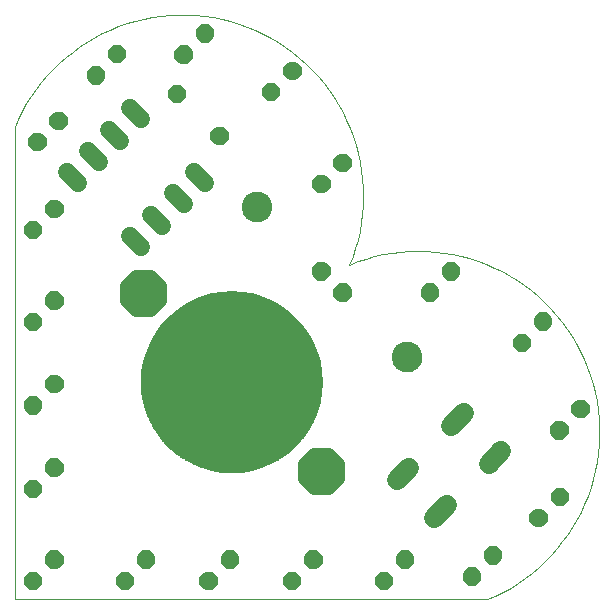
<source format=gbs>
G75*
G70*
%OFA0B0*%
%FSLAX24Y24*%
%IPPOS*%
%LPD*%
%AMOC8*
5,1,8,0,0,1.08239X$1,22.5*
%
%ADD10C,0.0000*%
%ADD11C,0.1025*%
%ADD12C,0.0120*%
%ADD13C,0.0600*%
%ADD14C,0.0680*%
%ADD15R,0.1680X0.1680*%
%ADD16C,0.0316*%
%ADD17C,0.0050*%
D10*
X009756Y010038D02*
X009756Y025786D01*
X009873Y026053D01*
X010003Y026314D01*
X010146Y026569D01*
X010300Y026816D01*
X010467Y027055D01*
X010645Y027287D01*
X010833Y027509D01*
X011033Y027722D01*
X011242Y027925D01*
X011461Y028117D01*
X011689Y028299D01*
X011925Y028470D01*
X012170Y028629D01*
X012422Y028776D01*
X012680Y028911D01*
X012945Y029033D01*
X013216Y029142D01*
X013491Y029238D01*
X013771Y029320D01*
X014054Y029389D01*
X014340Y029444D01*
X014629Y029485D01*
X014919Y029513D01*
X015211Y029526D01*
X015502Y029525D01*
X015794Y029510D01*
X016084Y029481D01*
X016372Y029438D01*
X016658Y029381D01*
X016941Y029310D01*
X017220Y029226D01*
X017495Y029128D01*
X017765Y029017D01*
X018029Y028893D01*
X018286Y028757D01*
X018537Y028608D01*
X018781Y028448D01*
X019016Y028276D01*
X019243Y028092D01*
X019461Y027898D01*
X019669Y027694D01*
X019866Y027480D01*
X020054Y027256D01*
X020230Y027024D01*
X020395Y026783D01*
X020548Y026535D01*
X020689Y026280D01*
X020817Y026018D01*
X020933Y025750D01*
X021035Y025477D01*
X021125Y025200D01*
X021200Y024918D01*
X021262Y024633D01*
X021310Y024345D01*
X021345Y024056D01*
X021365Y023765D01*
X021371Y023473D01*
X021363Y023182D01*
X021341Y022891D01*
X021305Y022602D01*
X021255Y022314D01*
X021191Y022030D01*
X021113Y021749D01*
X021022Y021472D01*
X020918Y021199D01*
X022368Y018112D02*
X022370Y018155D01*
X022376Y018197D01*
X022386Y018239D01*
X022399Y018280D01*
X022416Y018320D01*
X022437Y018357D01*
X022461Y018393D01*
X022488Y018426D01*
X022518Y018457D01*
X022551Y018485D01*
X022586Y018510D01*
X022623Y018531D01*
X022662Y018549D01*
X022702Y018563D01*
X022744Y018574D01*
X022786Y018581D01*
X022829Y018584D01*
X022872Y018583D01*
X022915Y018578D01*
X022957Y018569D01*
X022998Y018557D01*
X023038Y018541D01*
X023076Y018521D01*
X023112Y018498D01*
X023146Y018471D01*
X023178Y018442D01*
X023206Y018410D01*
X023232Y018375D01*
X023254Y018339D01*
X023273Y018300D01*
X023288Y018260D01*
X023300Y018219D01*
X023308Y018176D01*
X023312Y018133D01*
X023312Y018091D01*
X023308Y018048D01*
X023300Y018005D01*
X023288Y017964D01*
X023273Y017924D01*
X023254Y017885D01*
X023232Y017849D01*
X023206Y017814D01*
X023178Y017782D01*
X023146Y017753D01*
X023112Y017726D01*
X023076Y017703D01*
X023038Y017683D01*
X022998Y017667D01*
X022957Y017655D01*
X022915Y017646D01*
X022872Y017641D01*
X022829Y017640D01*
X022786Y017643D01*
X022744Y017650D01*
X022702Y017661D01*
X022662Y017675D01*
X022623Y017693D01*
X022586Y017714D01*
X022551Y017739D01*
X022518Y017767D01*
X022488Y017798D01*
X022461Y017831D01*
X022437Y017867D01*
X022416Y017904D01*
X022399Y017944D01*
X022386Y017985D01*
X022376Y018027D01*
X022370Y018069D01*
X022368Y018112D01*
X020918Y021200D02*
X021190Y021304D01*
X021467Y021395D01*
X021748Y021473D01*
X022033Y021537D01*
X022320Y021587D01*
X022609Y021623D01*
X022900Y021645D01*
X023191Y021653D01*
X023483Y021647D01*
X023774Y021627D01*
X024063Y021592D01*
X024351Y021544D01*
X024636Y021482D01*
X024918Y021407D01*
X025195Y021317D01*
X025468Y021215D01*
X025736Y021099D01*
X025998Y020971D01*
X026253Y020830D01*
X026501Y020677D01*
X026742Y020512D01*
X026974Y020336D01*
X027198Y020148D01*
X027412Y019951D01*
X027616Y019743D01*
X027810Y019525D01*
X027994Y019298D01*
X028166Y019063D01*
X028326Y018819D01*
X028475Y018568D01*
X028611Y018311D01*
X028735Y018047D01*
X028846Y017777D01*
X028944Y017502D01*
X029028Y017223D01*
X029099Y016940D01*
X029156Y016654D01*
X029199Y016366D01*
X029228Y016076D01*
X029243Y015784D01*
X029244Y015493D01*
X029231Y015201D01*
X029203Y014911D01*
X029162Y014622D01*
X029107Y014336D01*
X029038Y014053D01*
X028956Y013773D01*
X028860Y013498D01*
X028751Y013227D01*
X028629Y012962D01*
X028494Y012704D01*
X028347Y012452D01*
X028188Y012207D01*
X028017Y011971D01*
X027835Y011743D01*
X027643Y011524D01*
X027440Y011315D01*
X027227Y011115D01*
X027005Y010927D01*
X026773Y010749D01*
X026534Y010582D01*
X026287Y010428D01*
X026032Y010285D01*
X025771Y010155D01*
X025504Y010038D01*
X009756Y010038D01*
X017357Y023123D02*
X017359Y023166D01*
X017365Y023208D01*
X017375Y023250D01*
X017388Y023291D01*
X017405Y023331D01*
X017426Y023368D01*
X017450Y023404D01*
X017477Y023437D01*
X017507Y023468D01*
X017540Y023496D01*
X017575Y023521D01*
X017612Y023542D01*
X017651Y023560D01*
X017691Y023574D01*
X017733Y023585D01*
X017775Y023592D01*
X017818Y023595D01*
X017861Y023594D01*
X017904Y023589D01*
X017946Y023580D01*
X017987Y023568D01*
X018027Y023552D01*
X018065Y023532D01*
X018101Y023509D01*
X018135Y023482D01*
X018167Y023453D01*
X018195Y023421D01*
X018221Y023386D01*
X018243Y023350D01*
X018262Y023311D01*
X018277Y023271D01*
X018289Y023230D01*
X018297Y023187D01*
X018301Y023144D01*
X018301Y023102D01*
X018297Y023059D01*
X018289Y023016D01*
X018277Y022975D01*
X018262Y022935D01*
X018243Y022896D01*
X018221Y022860D01*
X018195Y022825D01*
X018167Y022793D01*
X018135Y022764D01*
X018101Y022737D01*
X018065Y022714D01*
X018027Y022694D01*
X017987Y022678D01*
X017946Y022666D01*
X017904Y022657D01*
X017861Y022652D01*
X017818Y022651D01*
X017775Y022654D01*
X017733Y022661D01*
X017691Y022672D01*
X017651Y022686D01*
X017612Y022704D01*
X017575Y022725D01*
X017540Y022750D01*
X017507Y022778D01*
X017477Y022809D01*
X017450Y022842D01*
X017426Y022878D01*
X017405Y022915D01*
X017388Y022955D01*
X017375Y022996D01*
X017365Y023038D01*
X017359Y023080D01*
X017357Y023123D01*
D11*
X017829Y023123D03*
X022840Y018112D03*
D12*
X023421Y020225D02*
X023361Y020165D01*
X023361Y020363D01*
X023501Y020503D01*
X023699Y020503D01*
X023839Y020363D01*
X023839Y020165D01*
X023699Y020025D01*
X023501Y020025D01*
X023361Y020165D01*
X023451Y020202D01*
X023451Y020326D01*
X023538Y020413D01*
X023662Y020413D01*
X023749Y020326D01*
X023749Y020202D01*
X023662Y020115D01*
X023538Y020115D01*
X023451Y020202D01*
X023541Y020239D01*
X023541Y020289D01*
X023575Y020323D01*
X023625Y020323D01*
X023659Y020289D01*
X023659Y020239D01*
X023625Y020205D01*
X023575Y020205D01*
X023541Y020239D01*
X024129Y020932D02*
X024069Y020872D01*
X024069Y021070D01*
X024209Y021210D01*
X024407Y021210D01*
X024547Y021070D01*
X024547Y020872D01*
X024407Y020732D01*
X024209Y020732D01*
X024069Y020872D01*
X024159Y020909D01*
X024159Y021033D01*
X024246Y021120D01*
X024370Y021120D01*
X024457Y021033D01*
X024457Y020909D01*
X024370Y020822D01*
X024246Y020822D01*
X024159Y020909D01*
X024249Y020946D01*
X024249Y020996D01*
X024283Y021030D01*
X024333Y021030D01*
X024367Y020996D01*
X024367Y020946D01*
X024333Y020912D01*
X024283Y020912D01*
X024249Y020946D01*
X026484Y018554D02*
X026424Y018494D01*
X026424Y018692D01*
X026564Y018832D01*
X026762Y018832D01*
X026902Y018692D01*
X026902Y018494D01*
X026762Y018354D01*
X026564Y018354D01*
X026424Y018494D01*
X026514Y018531D01*
X026514Y018655D01*
X026601Y018742D01*
X026725Y018742D01*
X026812Y018655D01*
X026812Y018531D01*
X026725Y018444D01*
X026601Y018444D01*
X026514Y018531D01*
X026604Y018568D01*
X026604Y018618D01*
X026638Y018652D01*
X026688Y018652D01*
X026722Y018618D01*
X026722Y018568D01*
X026688Y018534D01*
X026638Y018534D01*
X026604Y018568D01*
X027191Y019261D02*
X027131Y019201D01*
X027131Y019399D01*
X027271Y019539D01*
X027469Y019539D01*
X027609Y019399D01*
X027609Y019201D01*
X027469Y019061D01*
X027271Y019061D01*
X027131Y019201D01*
X027221Y019238D01*
X027221Y019362D01*
X027308Y019449D01*
X027432Y019449D01*
X027519Y019362D01*
X027519Y019238D01*
X027432Y019151D01*
X027308Y019151D01*
X027221Y019238D01*
X027311Y019275D01*
X027311Y019325D01*
X027345Y019359D01*
X027395Y019359D01*
X027429Y019325D01*
X027429Y019275D01*
X027395Y019241D01*
X027345Y019241D01*
X027311Y019275D01*
X028444Y016338D02*
X028384Y016278D01*
X028384Y016476D01*
X028524Y016616D01*
X028722Y016616D01*
X028862Y016476D01*
X028862Y016278D01*
X028722Y016138D01*
X028524Y016138D01*
X028384Y016278D01*
X028474Y016315D01*
X028474Y016439D01*
X028561Y016526D01*
X028685Y016526D01*
X028772Y016439D01*
X028772Y016315D01*
X028685Y016228D01*
X028561Y016228D01*
X028474Y016315D01*
X028564Y016352D01*
X028564Y016402D01*
X028598Y016436D01*
X028648Y016436D01*
X028682Y016402D01*
X028682Y016352D01*
X028648Y016318D01*
X028598Y016318D01*
X028564Y016352D01*
X027736Y015631D02*
X027676Y015571D01*
X027676Y015769D01*
X027816Y015909D01*
X028014Y015909D01*
X028154Y015769D01*
X028154Y015571D01*
X028014Y015431D01*
X027816Y015431D01*
X027676Y015571D01*
X027766Y015608D01*
X027766Y015732D01*
X027853Y015819D01*
X027977Y015819D01*
X028064Y015732D01*
X028064Y015608D01*
X027977Y015521D01*
X027853Y015521D01*
X027766Y015608D01*
X027856Y015645D01*
X027856Y015695D01*
X027890Y015729D01*
X027940Y015729D01*
X027974Y015695D01*
X027974Y015645D01*
X027940Y015611D01*
X027890Y015611D01*
X027856Y015645D01*
X027748Y013415D02*
X027688Y013355D01*
X027688Y013553D01*
X027828Y013693D01*
X028026Y013693D01*
X028166Y013553D01*
X028166Y013355D01*
X028026Y013215D01*
X027828Y013215D01*
X027688Y013355D01*
X027778Y013392D01*
X027778Y013516D01*
X027865Y013603D01*
X027989Y013603D01*
X028076Y013516D01*
X028076Y013392D01*
X027989Y013305D01*
X027865Y013305D01*
X027778Y013392D01*
X027868Y013429D01*
X027868Y013479D01*
X027902Y013513D01*
X027952Y013513D01*
X027986Y013479D01*
X027986Y013429D01*
X027952Y013395D01*
X027902Y013395D01*
X027868Y013429D01*
X027040Y012708D02*
X026980Y012648D01*
X026980Y012846D01*
X027120Y012986D01*
X027318Y012986D01*
X027458Y012846D01*
X027458Y012648D01*
X027318Y012508D01*
X027120Y012508D01*
X026980Y012648D01*
X027070Y012685D01*
X027070Y012809D01*
X027157Y012896D01*
X027281Y012896D01*
X027368Y012809D01*
X027368Y012685D01*
X027281Y012598D01*
X027157Y012598D01*
X027070Y012685D01*
X027160Y012722D01*
X027160Y012772D01*
X027194Y012806D01*
X027244Y012806D01*
X027278Y012772D01*
X027278Y012722D01*
X027244Y012688D01*
X027194Y012688D01*
X027160Y012722D01*
X025520Y011467D02*
X025460Y011407D01*
X025460Y011605D01*
X025600Y011745D01*
X025798Y011745D01*
X025938Y011605D01*
X025938Y011407D01*
X025798Y011267D01*
X025600Y011267D01*
X025460Y011407D01*
X025550Y011444D01*
X025550Y011568D01*
X025637Y011655D01*
X025761Y011655D01*
X025848Y011568D01*
X025848Y011444D01*
X025761Y011357D01*
X025637Y011357D01*
X025550Y011444D01*
X025640Y011481D01*
X025640Y011531D01*
X025674Y011565D01*
X025724Y011565D01*
X025758Y011531D01*
X025758Y011481D01*
X025724Y011447D01*
X025674Y011447D01*
X025640Y011481D01*
X024813Y010759D02*
X024753Y010699D01*
X024753Y010897D01*
X024893Y011037D01*
X025091Y011037D01*
X025231Y010897D01*
X025231Y010699D01*
X025091Y010559D01*
X024893Y010559D01*
X024753Y010699D01*
X024843Y010736D01*
X024843Y010860D01*
X024930Y010947D01*
X025054Y010947D01*
X025141Y010860D01*
X025141Y010736D01*
X025054Y010649D01*
X024930Y010649D01*
X024843Y010736D01*
X024933Y010773D01*
X024933Y010823D01*
X024967Y010857D01*
X025017Y010857D01*
X025051Y010823D01*
X025051Y010773D01*
X025017Y010739D01*
X024967Y010739D01*
X024933Y010773D01*
X022597Y011327D02*
X022537Y011267D01*
X022537Y011465D01*
X022677Y011605D01*
X022875Y011605D01*
X023015Y011465D01*
X023015Y011267D01*
X022875Y011127D01*
X022677Y011127D01*
X022537Y011267D01*
X022627Y011304D01*
X022627Y011428D01*
X022714Y011515D01*
X022838Y011515D01*
X022925Y011428D01*
X022925Y011304D01*
X022838Y011217D01*
X022714Y011217D01*
X022627Y011304D01*
X022717Y011341D01*
X022717Y011391D01*
X022751Y011425D01*
X022801Y011425D01*
X022835Y011391D01*
X022835Y011341D01*
X022801Y011307D01*
X022751Y011307D01*
X022717Y011341D01*
X021890Y010620D02*
X021830Y010560D01*
X021830Y010758D01*
X021970Y010898D01*
X022168Y010898D01*
X022308Y010758D01*
X022308Y010560D01*
X022168Y010420D01*
X021970Y010420D01*
X021830Y010560D01*
X021920Y010597D01*
X021920Y010721D01*
X022007Y010808D01*
X022131Y010808D01*
X022218Y010721D01*
X022218Y010597D01*
X022131Y010510D01*
X022007Y010510D01*
X021920Y010597D01*
X022010Y010634D01*
X022010Y010684D01*
X022044Y010718D01*
X022094Y010718D01*
X022128Y010684D01*
X022128Y010634D01*
X022094Y010600D01*
X022044Y010600D01*
X022010Y010634D01*
X019535Y011327D02*
X019475Y011267D01*
X019475Y011465D01*
X019615Y011605D01*
X019813Y011605D01*
X019953Y011465D01*
X019953Y011267D01*
X019813Y011127D01*
X019615Y011127D01*
X019475Y011267D01*
X019565Y011304D01*
X019565Y011428D01*
X019652Y011515D01*
X019776Y011515D01*
X019863Y011428D01*
X019863Y011304D01*
X019776Y011217D01*
X019652Y011217D01*
X019565Y011304D01*
X019655Y011341D01*
X019655Y011391D01*
X019689Y011425D01*
X019739Y011425D01*
X019773Y011391D01*
X019773Y011341D01*
X019739Y011307D01*
X019689Y011307D01*
X019655Y011341D01*
X018828Y010620D02*
X018768Y010560D01*
X018768Y010758D01*
X018908Y010898D01*
X019106Y010898D01*
X019246Y010758D01*
X019246Y010560D01*
X019106Y010420D01*
X018908Y010420D01*
X018768Y010560D01*
X018858Y010597D01*
X018858Y010721D01*
X018945Y010808D01*
X019069Y010808D01*
X019156Y010721D01*
X019156Y010597D01*
X019069Y010510D01*
X018945Y010510D01*
X018858Y010597D01*
X018948Y010634D01*
X018948Y010684D01*
X018982Y010718D01*
X019032Y010718D01*
X019066Y010684D01*
X019066Y010634D01*
X019032Y010600D01*
X018982Y010600D01*
X018948Y010634D01*
X016751Y011327D02*
X016691Y011267D01*
X016691Y011465D01*
X016831Y011605D01*
X017029Y011605D01*
X017169Y011465D01*
X017169Y011267D01*
X017029Y011127D01*
X016831Y011127D01*
X016691Y011267D01*
X016781Y011304D01*
X016781Y011428D01*
X016868Y011515D01*
X016992Y011515D01*
X017079Y011428D01*
X017079Y011304D01*
X016992Y011217D01*
X016868Y011217D01*
X016781Y011304D01*
X016871Y011341D01*
X016871Y011391D01*
X016905Y011425D01*
X016955Y011425D01*
X016989Y011391D01*
X016989Y011341D01*
X016955Y011307D01*
X016905Y011307D01*
X016871Y011341D01*
X016044Y010620D02*
X015984Y010560D01*
X015984Y010758D01*
X016124Y010898D01*
X016322Y010898D01*
X016462Y010758D01*
X016462Y010560D01*
X016322Y010420D01*
X016124Y010420D01*
X015984Y010560D01*
X016074Y010597D01*
X016074Y010721D01*
X016161Y010808D01*
X016285Y010808D01*
X016372Y010721D01*
X016372Y010597D01*
X016285Y010510D01*
X016161Y010510D01*
X016074Y010597D01*
X016164Y010634D01*
X016164Y010684D01*
X016198Y010718D01*
X016248Y010718D01*
X016282Y010684D01*
X016282Y010634D01*
X016248Y010600D01*
X016198Y010600D01*
X016164Y010634D01*
X013967Y011327D02*
X013907Y011267D01*
X013907Y011465D01*
X014047Y011605D01*
X014245Y011605D01*
X014385Y011465D01*
X014385Y011267D01*
X014245Y011127D01*
X014047Y011127D01*
X013907Y011267D01*
X013997Y011304D01*
X013997Y011428D01*
X014084Y011515D01*
X014208Y011515D01*
X014295Y011428D01*
X014295Y011304D01*
X014208Y011217D01*
X014084Y011217D01*
X013997Y011304D01*
X014087Y011341D01*
X014087Y011391D01*
X014121Y011425D01*
X014171Y011425D01*
X014205Y011391D01*
X014205Y011341D01*
X014171Y011307D01*
X014121Y011307D01*
X014087Y011341D01*
X013260Y010620D02*
X013200Y010560D01*
X013200Y010758D01*
X013340Y010898D01*
X013538Y010898D01*
X013678Y010758D01*
X013678Y010560D01*
X013538Y010420D01*
X013340Y010420D01*
X013200Y010560D01*
X013290Y010597D01*
X013290Y010721D01*
X013377Y010808D01*
X013501Y010808D01*
X013588Y010721D01*
X013588Y010597D01*
X013501Y010510D01*
X013377Y010510D01*
X013290Y010597D01*
X013380Y010634D01*
X013380Y010684D01*
X013414Y010718D01*
X013464Y010718D01*
X013498Y010684D01*
X013498Y010634D01*
X013464Y010600D01*
X013414Y010600D01*
X013380Y010634D01*
X010905Y011327D02*
X010845Y011267D01*
X010845Y011465D01*
X010985Y011605D01*
X011183Y011605D01*
X011323Y011465D01*
X011323Y011267D01*
X011183Y011127D01*
X010985Y011127D01*
X010845Y011267D01*
X010935Y011304D01*
X010935Y011428D01*
X011022Y011515D01*
X011146Y011515D01*
X011233Y011428D01*
X011233Y011304D01*
X011146Y011217D01*
X011022Y011217D01*
X010935Y011304D01*
X011025Y011341D01*
X011025Y011391D01*
X011059Y011425D01*
X011109Y011425D01*
X011143Y011391D01*
X011143Y011341D01*
X011109Y011307D01*
X011059Y011307D01*
X011025Y011341D01*
X010198Y010620D02*
X010138Y010560D01*
X010138Y010758D01*
X010278Y010898D01*
X010476Y010898D01*
X010616Y010758D01*
X010616Y010560D01*
X010476Y010420D01*
X010278Y010420D01*
X010138Y010560D01*
X010228Y010597D01*
X010228Y010721D01*
X010315Y010808D01*
X010439Y010808D01*
X010526Y010721D01*
X010526Y010597D01*
X010439Y010510D01*
X010315Y010510D01*
X010228Y010597D01*
X010318Y010634D01*
X010318Y010684D01*
X010352Y010718D01*
X010402Y010718D01*
X010436Y010684D01*
X010436Y010634D01*
X010402Y010600D01*
X010352Y010600D01*
X010318Y010634D01*
X010198Y013682D02*
X010138Y013622D01*
X010138Y013820D01*
X010278Y013960D01*
X010476Y013960D01*
X010616Y013820D01*
X010616Y013622D01*
X010476Y013482D01*
X010278Y013482D01*
X010138Y013622D01*
X010228Y013659D01*
X010228Y013783D01*
X010315Y013870D01*
X010439Y013870D01*
X010526Y013783D01*
X010526Y013659D01*
X010439Y013572D01*
X010315Y013572D01*
X010228Y013659D01*
X010318Y013696D01*
X010318Y013746D01*
X010352Y013780D01*
X010402Y013780D01*
X010436Y013746D01*
X010436Y013696D01*
X010402Y013662D01*
X010352Y013662D01*
X010318Y013696D01*
X010905Y014390D02*
X010845Y014330D01*
X010845Y014528D01*
X010985Y014668D01*
X011183Y014668D01*
X011323Y014528D01*
X011323Y014330D01*
X011183Y014190D01*
X010985Y014190D01*
X010845Y014330D01*
X010935Y014367D01*
X010935Y014491D01*
X011022Y014578D01*
X011146Y014578D01*
X011233Y014491D01*
X011233Y014367D01*
X011146Y014280D01*
X011022Y014280D01*
X010935Y014367D01*
X011025Y014404D01*
X011025Y014454D01*
X011059Y014488D01*
X011109Y014488D01*
X011143Y014454D01*
X011143Y014404D01*
X011109Y014370D01*
X011059Y014370D01*
X011025Y014404D01*
X010198Y016466D02*
X010138Y016406D01*
X010138Y016604D01*
X010278Y016744D01*
X010476Y016744D01*
X010616Y016604D01*
X010616Y016406D01*
X010476Y016266D01*
X010278Y016266D01*
X010138Y016406D01*
X010228Y016443D01*
X010228Y016567D01*
X010315Y016654D01*
X010439Y016654D01*
X010526Y016567D01*
X010526Y016443D01*
X010439Y016356D01*
X010315Y016356D01*
X010228Y016443D01*
X010318Y016480D01*
X010318Y016530D01*
X010352Y016564D01*
X010402Y016564D01*
X010436Y016530D01*
X010436Y016480D01*
X010402Y016446D01*
X010352Y016446D01*
X010318Y016480D01*
X010905Y017173D02*
X010845Y017113D01*
X010845Y017311D01*
X010985Y017451D01*
X011183Y017451D01*
X011323Y017311D01*
X011323Y017113D01*
X011183Y016973D01*
X010985Y016973D01*
X010845Y017113D01*
X010935Y017150D01*
X010935Y017274D01*
X011022Y017361D01*
X011146Y017361D01*
X011233Y017274D01*
X011233Y017150D01*
X011146Y017063D01*
X011022Y017063D01*
X010935Y017150D01*
X011025Y017187D01*
X011025Y017237D01*
X011059Y017271D01*
X011109Y017271D01*
X011143Y017237D01*
X011143Y017187D01*
X011109Y017153D01*
X011059Y017153D01*
X011025Y017187D01*
X010198Y019250D02*
X010138Y019190D01*
X010138Y019388D01*
X010278Y019528D01*
X010476Y019528D01*
X010616Y019388D01*
X010616Y019190D01*
X010476Y019050D01*
X010278Y019050D01*
X010138Y019190D01*
X010228Y019227D01*
X010228Y019351D01*
X010315Y019438D01*
X010439Y019438D01*
X010526Y019351D01*
X010526Y019227D01*
X010439Y019140D01*
X010315Y019140D01*
X010228Y019227D01*
X010318Y019264D01*
X010318Y019314D01*
X010352Y019348D01*
X010402Y019348D01*
X010436Y019314D01*
X010436Y019264D01*
X010402Y019230D01*
X010352Y019230D01*
X010318Y019264D01*
X010905Y019957D02*
X010845Y019897D01*
X010845Y020095D01*
X010985Y020235D01*
X011183Y020235D01*
X011323Y020095D01*
X011323Y019897D01*
X011183Y019757D01*
X010985Y019757D01*
X010845Y019897D01*
X010935Y019934D01*
X010935Y020058D01*
X011022Y020145D01*
X011146Y020145D01*
X011233Y020058D01*
X011233Y019934D01*
X011146Y019847D01*
X011022Y019847D01*
X010935Y019934D01*
X011025Y019971D01*
X011025Y020021D01*
X011059Y020055D01*
X011109Y020055D01*
X011143Y020021D01*
X011143Y019971D01*
X011109Y019937D01*
X011059Y019937D01*
X011025Y019971D01*
X010198Y022312D02*
X010138Y022252D01*
X010138Y022450D01*
X010278Y022590D01*
X010476Y022590D01*
X010616Y022450D01*
X010616Y022252D01*
X010476Y022112D01*
X010278Y022112D01*
X010138Y022252D01*
X010228Y022289D01*
X010228Y022413D01*
X010315Y022500D01*
X010439Y022500D01*
X010526Y022413D01*
X010526Y022289D01*
X010439Y022202D01*
X010315Y022202D01*
X010228Y022289D01*
X010318Y022326D01*
X010318Y022376D01*
X010352Y022410D01*
X010402Y022410D01*
X010436Y022376D01*
X010436Y022326D01*
X010402Y022292D01*
X010352Y022292D01*
X010318Y022326D01*
X010905Y023020D02*
X010845Y022960D01*
X010845Y023158D01*
X010985Y023298D01*
X011183Y023298D01*
X011323Y023158D01*
X011323Y022960D01*
X011183Y022820D01*
X010985Y022820D01*
X010845Y022960D01*
X010935Y022997D01*
X010935Y023121D01*
X011022Y023208D01*
X011146Y023208D01*
X011233Y023121D01*
X011233Y022997D01*
X011146Y022910D01*
X011022Y022910D01*
X010935Y022997D01*
X011025Y023034D01*
X011025Y023084D01*
X011059Y023118D01*
X011109Y023118D01*
X011143Y023084D01*
X011143Y023034D01*
X011109Y023000D01*
X011059Y023000D01*
X011025Y023034D01*
X010337Y025236D02*
X010277Y025176D01*
X010277Y025374D01*
X010417Y025514D01*
X010615Y025514D01*
X010755Y025374D01*
X010755Y025176D01*
X010615Y025036D01*
X010417Y025036D01*
X010277Y025176D01*
X010367Y025213D01*
X010367Y025337D01*
X010454Y025424D01*
X010578Y025424D01*
X010665Y025337D01*
X010665Y025213D01*
X010578Y025126D01*
X010454Y025126D01*
X010367Y025213D01*
X010457Y025250D01*
X010457Y025300D01*
X010491Y025334D01*
X010541Y025334D01*
X010575Y025300D01*
X010575Y025250D01*
X010541Y025216D01*
X010491Y025216D01*
X010457Y025250D01*
X011044Y025943D02*
X010984Y025883D01*
X010984Y026081D01*
X011124Y026221D01*
X011322Y026221D01*
X011462Y026081D01*
X011462Y025883D01*
X011322Y025743D01*
X011124Y025743D01*
X010984Y025883D01*
X011074Y025920D01*
X011074Y026044D01*
X011161Y026131D01*
X011285Y026131D01*
X011372Y026044D01*
X011372Y025920D01*
X011285Y025833D01*
X011161Y025833D01*
X011074Y025920D01*
X011164Y025957D01*
X011164Y026007D01*
X011198Y026041D01*
X011248Y026041D01*
X011282Y026007D01*
X011282Y025957D01*
X011248Y025923D01*
X011198Y025923D01*
X011164Y025957D01*
X012286Y027463D02*
X012226Y027403D01*
X012226Y027601D01*
X012366Y027741D01*
X012564Y027741D01*
X012704Y027601D01*
X012704Y027403D01*
X012564Y027263D01*
X012366Y027263D01*
X012226Y027403D01*
X012316Y027440D01*
X012316Y027564D01*
X012403Y027651D01*
X012527Y027651D01*
X012614Y027564D01*
X012614Y027440D01*
X012527Y027353D01*
X012403Y027353D01*
X012316Y027440D01*
X012406Y027477D01*
X012406Y027527D01*
X012440Y027561D01*
X012490Y027561D01*
X012524Y027527D01*
X012524Y027477D01*
X012490Y027443D01*
X012440Y027443D01*
X012406Y027477D01*
X012993Y028170D02*
X012933Y028110D01*
X012933Y028308D01*
X013073Y028448D01*
X013271Y028448D01*
X013411Y028308D01*
X013411Y028110D01*
X013271Y027970D01*
X013073Y027970D01*
X012933Y028110D01*
X013023Y028147D01*
X013023Y028271D01*
X013110Y028358D01*
X013234Y028358D01*
X013321Y028271D01*
X013321Y028147D01*
X013234Y028060D01*
X013110Y028060D01*
X013023Y028147D01*
X013113Y028184D01*
X013113Y028234D01*
X013147Y028268D01*
X013197Y028268D01*
X013231Y028234D01*
X013231Y028184D01*
X013197Y028150D01*
X013147Y028150D01*
X013113Y028184D01*
X015135Y027071D02*
X015075Y027131D01*
X015273Y027131D01*
X015413Y026991D01*
X015413Y026793D01*
X015273Y026653D01*
X015075Y026653D01*
X014935Y026793D01*
X014935Y026991D01*
X015075Y027131D01*
X015112Y027041D01*
X015236Y027041D01*
X015323Y026954D01*
X015323Y026830D01*
X015236Y026743D01*
X015112Y026743D01*
X015025Y026830D01*
X015025Y026954D01*
X015112Y027041D01*
X015149Y026951D01*
X015199Y026951D01*
X015233Y026917D01*
X015233Y026867D01*
X015199Y026833D01*
X015149Y026833D01*
X015115Y026867D01*
X015115Y026917D01*
X015149Y026951D01*
X015209Y028159D02*
X015149Y028099D01*
X015149Y028297D01*
X015289Y028437D01*
X015487Y028437D01*
X015627Y028297D01*
X015627Y028099D01*
X015487Y027959D01*
X015289Y027959D01*
X015149Y028099D01*
X015239Y028136D01*
X015239Y028260D01*
X015326Y028347D01*
X015450Y028347D01*
X015537Y028260D01*
X015537Y028136D01*
X015450Y028049D01*
X015326Y028049D01*
X015239Y028136D01*
X015329Y028173D01*
X015329Y028223D01*
X015363Y028257D01*
X015413Y028257D01*
X015447Y028223D01*
X015447Y028173D01*
X015413Y028139D01*
X015363Y028139D01*
X015329Y028173D01*
X015916Y028866D02*
X015856Y028806D01*
X015856Y029004D01*
X015996Y029144D01*
X016194Y029144D01*
X016334Y029004D01*
X016334Y028806D01*
X016194Y028666D01*
X015996Y028666D01*
X015856Y028806D01*
X015946Y028843D01*
X015946Y028967D01*
X016033Y029054D01*
X016157Y029054D01*
X016244Y028967D01*
X016244Y028843D01*
X016157Y028756D01*
X016033Y028756D01*
X015946Y028843D01*
X016036Y028880D01*
X016036Y028930D01*
X016070Y028964D01*
X016120Y028964D01*
X016154Y028930D01*
X016154Y028880D01*
X016120Y028846D01*
X016070Y028846D01*
X016036Y028880D01*
X018132Y026906D02*
X018072Y026846D01*
X018072Y027044D01*
X018212Y027184D01*
X018410Y027184D01*
X018550Y027044D01*
X018550Y026846D01*
X018410Y026706D01*
X018212Y026706D01*
X018072Y026846D01*
X018162Y026883D01*
X018162Y027007D01*
X018249Y027094D01*
X018373Y027094D01*
X018460Y027007D01*
X018460Y026883D01*
X018373Y026796D01*
X018249Y026796D01*
X018162Y026883D01*
X018252Y026920D01*
X018252Y026970D01*
X018286Y027004D01*
X018336Y027004D01*
X018370Y026970D01*
X018370Y026920D01*
X018336Y026886D01*
X018286Y026886D01*
X018252Y026920D01*
X018839Y027613D02*
X018779Y027553D01*
X018779Y027751D01*
X018919Y027891D01*
X019117Y027891D01*
X019257Y027751D01*
X019257Y027553D01*
X019117Y027413D01*
X018919Y027413D01*
X018779Y027553D01*
X018869Y027590D01*
X018869Y027714D01*
X018956Y027801D01*
X019080Y027801D01*
X019167Y027714D01*
X019167Y027590D01*
X019080Y027503D01*
X018956Y027503D01*
X018869Y027590D01*
X018959Y027627D01*
X018959Y027677D01*
X018993Y027711D01*
X019043Y027711D01*
X019077Y027677D01*
X019077Y027627D01*
X019043Y027593D01*
X018993Y027593D01*
X018959Y027627D01*
X016549Y025657D02*
X016489Y025717D01*
X016687Y025717D01*
X016827Y025577D01*
X016827Y025379D01*
X016687Y025239D01*
X016489Y025239D01*
X016349Y025379D01*
X016349Y025577D01*
X016489Y025717D01*
X016526Y025627D01*
X016650Y025627D01*
X016737Y025540D01*
X016737Y025416D01*
X016650Y025329D01*
X016526Y025329D01*
X016439Y025416D01*
X016439Y025540D01*
X016526Y025627D01*
X016563Y025537D01*
X016613Y025537D01*
X016647Y025503D01*
X016647Y025453D01*
X016613Y025419D01*
X016563Y025419D01*
X016529Y025453D01*
X016529Y025503D01*
X016563Y025537D01*
X019802Y023844D02*
X019742Y023784D01*
X019742Y023982D01*
X019882Y024122D01*
X020080Y024122D01*
X020220Y023982D01*
X020220Y023784D01*
X020080Y023644D01*
X019882Y023644D01*
X019742Y023784D01*
X019832Y023821D01*
X019832Y023945D01*
X019919Y024032D01*
X020043Y024032D01*
X020130Y023945D01*
X020130Y023821D01*
X020043Y023734D01*
X019919Y023734D01*
X019832Y023821D01*
X019922Y023858D01*
X019922Y023908D01*
X019956Y023942D01*
X020006Y023942D01*
X020040Y023908D01*
X020040Y023858D01*
X020006Y023824D01*
X019956Y023824D01*
X019922Y023858D01*
X020510Y024551D02*
X020450Y024491D01*
X020450Y024689D01*
X020590Y024829D01*
X020788Y024829D01*
X020928Y024689D01*
X020928Y024491D01*
X020788Y024351D01*
X020590Y024351D01*
X020450Y024491D01*
X020540Y024528D01*
X020540Y024652D01*
X020627Y024739D01*
X020751Y024739D01*
X020838Y024652D01*
X020838Y024528D01*
X020751Y024441D01*
X020627Y024441D01*
X020540Y024528D01*
X020630Y024565D01*
X020630Y024615D01*
X020664Y024649D01*
X020714Y024649D01*
X020748Y024615D01*
X020748Y024565D01*
X020714Y024531D01*
X020664Y024531D01*
X020630Y024565D01*
X020020Y020792D02*
X020080Y020732D01*
X019882Y020732D01*
X019742Y020872D01*
X019742Y021070D01*
X019882Y021210D01*
X020080Y021210D01*
X020220Y021070D01*
X020220Y020872D01*
X020080Y020732D01*
X020043Y020822D01*
X019919Y020822D01*
X019832Y020909D01*
X019832Y021033D01*
X019919Y021120D01*
X020043Y021120D01*
X020130Y021033D01*
X020130Y020909D01*
X020043Y020822D01*
X020006Y020912D01*
X019956Y020912D01*
X019922Y020946D01*
X019922Y020996D01*
X019956Y021030D01*
X020006Y021030D01*
X020040Y020996D01*
X020040Y020946D01*
X020006Y020912D01*
X020728Y020085D02*
X020788Y020025D01*
X020590Y020025D01*
X020450Y020165D01*
X020450Y020363D01*
X020590Y020503D01*
X020788Y020503D01*
X020928Y020363D01*
X020928Y020165D01*
X020788Y020025D01*
X020751Y020115D01*
X020627Y020115D01*
X020540Y020202D01*
X020540Y020326D01*
X020627Y020413D01*
X020751Y020413D01*
X020838Y020326D01*
X020838Y020202D01*
X020751Y020115D01*
X020714Y020205D01*
X020664Y020205D01*
X020630Y020239D01*
X020630Y020289D01*
X020664Y020323D01*
X020714Y020323D01*
X020748Y020289D01*
X020748Y020239D01*
X020714Y020205D01*
D13*
X016098Y023913D02*
X015730Y024281D01*
X015023Y023574D02*
X015391Y023206D01*
X014684Y022499D02*
X014316Y022867D01*
X013609Y022159D02*
X013977Y021792D01*
X011855Y023913D02*
X011488Y024281D01*
X012195Y024988D02*
X012562Y024620D01*
X013270Y025327D02*
X012902Y025695D01*
X013609Y026402D02*
X013977Y026034D01*
D14*
X024296Y015815D02*
X024720Y016239D01*
X025979Y014981D02*
X025555Y014556D01*
X024169Y013170D02*
X023744Y012746D01*
X022486Y014005D02*
X022910Y014429D01*
D15*
G36*
X016994Y016089D02*
X015807Y017276D01*
X016994Y018463D01*
X018181Y017276D01*
X016994Y016089D01*
G37*
D16*
X020068Y013834D02*
X020226Y013676D01*
X019702Y013676D01*
X019333Y014045D01*
X019333Y014569D01*
X019702Y014938D01*
X020226Y014938D01*
X020595Y014569D01*
X020595Y014045D01*
X020226Y013676D01*
X020128Y013913D01*
X019800Y013913D01*
X019570Y014143D01*
X019570Y014471D01*
X019800Y014701D01*
X020128Y014701D01*
X020358Y014471D01*
X020358Y014143D01*
X020128Y013913D01*
X020029Y014150D01*
X019899Y014150D01*
X019807Y014242D01*
X019807Y014372D01*
X019899Y014464D01*
X020029Y014464D01*
X020121Y014372D01*
X020121Y014242D01*
X020029Y014150D01*
X014128Y019773D02*
X014286Y019615D01*
X013762Y019615D01*
X013393Y019984D01*
X013393Y020508D01*
X013762Y020877D01*
X014286Y020877D01*
X014655Y020508D01*
X014655Y019984D01*
X014286Y019615D01*
X014188Y019852D01*
X013860Y019852D01*
X013630Y020082D01*
X013630Y020410D01*
X013860Y020640D01*
X014188Y020640D01*
X014418Y020410D01*
X014418Y020082D01*
X014188Y019852D01*
X014089Y020089D01*
X013959Y020089D01*
X013867Y020181D01*
X013867Y020311D01*
X013959Y020403D01*
X014089Y020403D01*
X014181Y020311D01*
X014181Y020181D01*
X014089Y020089D01*
D17*
X014873Y019398D02*
X014649Y019147D01*
X014454Y018873D01*
X014291Y018578D01*
X014163Y018267D01*
X014070Y017944D01*
X014013Y017612D01*
X013994Y017276D01*
X014013Y016941D01*
X014070Y016609D01*
X014163Y016286D01*
X014291Y015975D01*
X014454Y015680D01*
X014649Y015406D01*
X014873Y015155D01*
X015124Y014931D01*
X015398Y014736D01*
X015693Y014574D01*
X016003Y014445D01*
X016327Y014352D01*
X016658Y014295D01*
X016994Y014276D01*
X017330Y014295D01*
X017662Y014352D01*
X017985Y014445D01*
X018296Y014574D01*
X018590Y014736D01*
X018865Y014931D01*
X019116Y015155D01*
X019340Y015406D01*
X019534Y015680D01*
X019697Y015975D01*
X019826Y016286D01*
X019919Y016609D01*
X019975Y016941D01*
X019994Y017276D01*
X019975Y017612D01*
X019919Y017944D01*
X019826Y018267D01*
X019697Y018578D01*
X019534Y018873D01*
X014455Y018873D01*
X014428Y018825D02*
X019561Y018825D01*
X019534Y018873D02*
X019340Y019147D01*
X019116Y019398D01*
X018865Y019622D01*
X018590Y019817D01*
X018296Y019979D01*
X017985Y020108D01*
X017662Y020201D01*
X017330Y020258D01*
X016994Y020276D01*
X016658Y020258D01*
X016327Y020201D01*
X016003Y020108D01*
X015693Y019979D01*
X015398Y019817D01*
X015124Y019622D01*
X014873Y019398D01*
X014884Y019407D02*
X019105Y019407D01*
X019151Y019359D02*
X014838Y019359D01*
X014795Y019310D02*
X019194Y019310D01*
X019237Y019262D02*
X014751Y019262D01*
X014708Y019213D02*
X019281Y019213D01*
X019324Y019165D02*
X014665Y019165D01*
X014627Y019116D02*
X019362Y019116D01*
X019396Y019067D02*
X014592Y019067D01*
X014558Y019019D02*
X019431Y019019D01*
X019465Y018970D02*
X014524Y018970D01*
X014489Y018922D02*
X019500Y018922D01*
X019588Y018776D02*
X014401Y018776D01*
X014374Y018728D02*
X019615Y018728D01*
X019641Y018679D02*
X014347Y018679D01*
X014320Y018631D02*
X019668Y018631D01*
X019695Y018582D02*
X014294Y018582D01*
X014273Y018534D02*
X019716Y018534D01*
X019736Y018485D02*
X014253Y018485D01*
X014233Y018436D02*
X019756Y018436D01*
X019776Y018388D02*
X014213Y018388D01*
X014192Y018339D02*
X019796Y018339D01*
X019816Y018291D02*
X014172Y018291D01*
X014155Y018242D02*
X019833Y018242D01*
X019847Y018194D02*
X014141Y018194D01*
X014127Y018145D02*
X019861Y018145D01*
X019875Y018097D02*
X014113Y018097D01*
X014099Y018048D02*
X019889Y018048D01*
X019903Y018000D02*
X014086Y018000D01*
X014071Y017951D02*
X019917Y017951D01*
X019926Y017902D02*
X014062Y017902D01*
X014054Y017854D02*
X019934Y017854D01*
X019943Y017805D02*
X014046Y017805D01*
X014038Y017757D02*
X019951Y017757D01*
X019959Y017708D02*
X014029Y017708D01*
X014021Y017660D02*
X019967Y017660D01*
X019976Y017611D02*
X014013Y017611D01*
X014010Y017563D02*
X019978Y017563D01*
X019981Y017514D02*
X014008Y017514D01*
X014005Y017466D02*
X019984Y017466D01*
X019986Y017417D02*
X014002Y017417D01*
X013999Y017368D02*
X019989Y017368D01*
X019992Y017320D02*
X013997Y017320D01*
X013995Y017271D02*
X019994Y017271D01*
X019991Y017223D02*
X013997Y017223D01*
X014000Y017174D02*
X019989Y017174D01*
X019986Y017126D02*
X014003Y017126D01*
X014006Y017077D02*
X019983Y017077D01*
X019980Y017029D02*
X014008Y017029D01*
X014011Y016980D02*
X019978Y016980D01*
X019974Y016932D02*
X014015Y016932D01*
X014023Y016883D02*
X019966Y016883D01*
X019957Y016834D02*
X014031Y016834D01*
X014039Y016786D02*
X019949Y016786D01*
X019941Y016737D02*
X014048Y016737D01*
X014056Y016689D02*
X019933Y016689D01*
X019924Y016640D02*
X014064Y016640D01*
X014074Y016592D02*
X019914Y016592D01*
X019900Y016543D02*
X014088Y016543D01*
X014102Y016495D02*
X019886Y016495D01*
X019872Y016446D02*
X014116Y016446D01*
X014130Y016398D02*
X019858Y016398D01*
X019844Y016349D02*
X014144Y016349D01*
X014158Y016301D02*
X019830Y016301D01*
X019812Y016252D02*
X014177Y016252D01*
X014197Y016203D02*
X019792Y016203D01*
X019772Y016155D02*
X014217Y016155D01*
X014237Y016106D02*
X019752Y016106D01*
X019732Y016058D02*
X014257Y016058D01*
X014277Y016009D02*
X019711Y016009D01*
X019689Y015961D02*
X014299Y015961D01*
X014326Y015912D02*
X019663Y015912D01*
X019636Y015864D02*
X014353Y015864D01*
X014380Y015815D02*
X019609Y015815D01*
X019582Y015767D02*
X014407Y015767D01*
X014433Y015718D02*
X019555Y015718D01*
X019527Y015669D02*
X014462Y015669D01*
X014496Y015621D02*
X019492Y015621D01*
X019458Y015572D02*
X014531Y015572D01*
X014565Y015524D02*
X019423Y015524D01*
X019389Y015475D02*
X014600Y015475D01*
X014634Y015427D02*
X019355Y015427D01*
X019315Y015378D02*
X014674Y015378D01*
X014717Y015330D02*
X019272Y015330D01*
X019228Y015281D02*
X014760Y015281D01*
X014804Y015233D02*
X019185Y015233D01*
X019141Y015184D02*
X014847Y015184D01*
X014895Y015135D02*
X019094Y015135D01*
X019039Y015087D02*
X014949Y015087D01*
X015004Y015038D02*
X018985Y015038D01*
X018931Y014990D02*
X015058Y014990D01*
X015112Y014941D02*
X018876Y014941D01*
X018811Y014893D02*
X015178Y014893D01*
X015246Y014844D02*
X018743Y014844D01*
X018674Y014796D02*
X015315Y014796D01*
X015383Y014747D02*
X018606Y014747D01*
X018522Y014699D02*
X015466Y014699D01*
X015554Y014650D02*
X018434Y014650D01*
X018346Y014601D02*
X015642Y014601D01*
X015742Y014553D02*
X018246Y014553D01*
X018129Y014504D02*
X015860Y014504D01*
X015977Y014456D02*
X018012Y014456D01*
X017855Y014407D02*
X016134Y014407D01*
X016302Y014359D02*
X017686Y014359D01*
X017418Y014310D02*
X016571Y014310D01*
X014938Y019456D02*
X019051Y019456D01*
X018996Y019504D02*
X014992Y019504D01*
X015047Y019553D02*
X018942Y019553D01*
X018888Y019601D02*
X015101Y019601D01*
X015163Y019650D02*
X018825Y019650D01*
X018757Y019699D02*
X015232Y019699D01*
X015300Y019747D02*
X018688Y019747D01*
X018620Y019796D02*
X015369Y019796D01*
X015448Y019844D02*
X018541Y019844D01*
X018453Y019893D02*
X015536Y019893D01*
X015624Y019941D02*
X018365Y019941D01*
X018271Y019990D02*
X015718Y019990D01*
X015835Y020038D02*
X018154Y020038D01*
X018036Y020087D02*
X015952Y020087D01*
X016098Y020135D02*
X017890Y020135D01*
X017722Y020184D02*
X016267Y020184D01*
X016511Y020233D02*
X017478Y020233D01*
M02*

</source>
